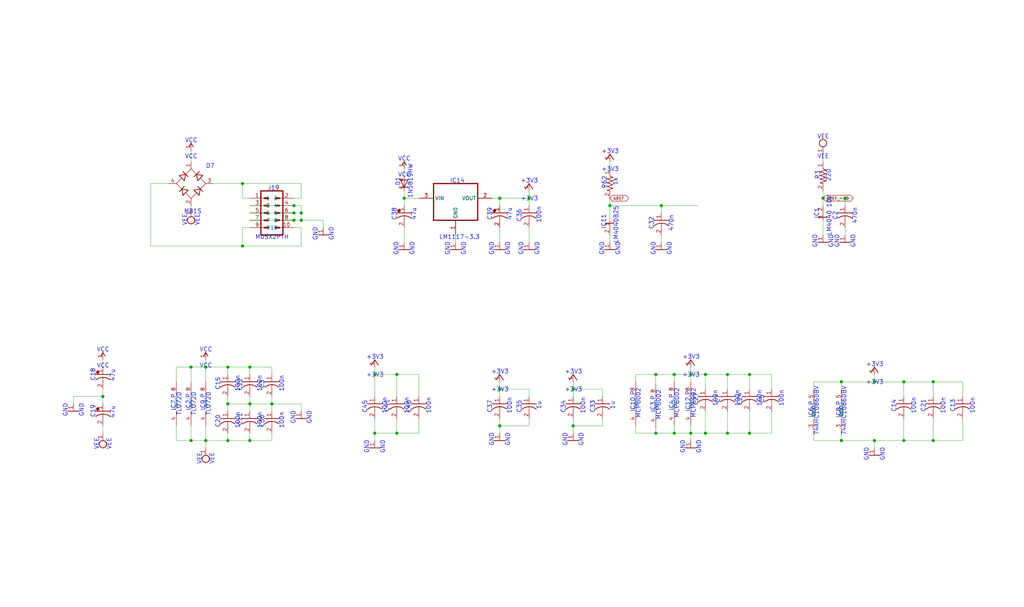
<source format=kicad_sch>
(kicad_sch (version 20231120) (generator "eeschema") (generator_version "8.0")
  (paper "User" 353.949 210.007)
  (lib_symbols
    (symbol "threshold-eagle-import:+3V3" (power)
      (symbol "+3V3_1_0"
        (pin power_in line (at 0 -1.588 90) (length 2.54) (name "+3V3") (number "1"))
      )
    )
    (symbol "threshold-eagle-import:74AHC1G86DBV"
      (symbol "74AHC1G86DBV_1_0"
        (pin input line (at -12.7 2.54 0) (length 5.08) (name "I0") (number "1"))
        (pin input line (at -12.7 -2.54 0) (length 5.08) (name "I1") (number "2"))
        (pin output line (at 12.7 0 180) (length 5.08) (name "O") (number "4"))
      )
      (symbol "74AHC1G86DBV_2_0"
        (pin power_in line (at 0 -7.62 90) (length 5.08) (name "GND") (number "3"))
        (pin power_in line (at 0 7.62 270) (length 5.08) (name "VCC") (number "5"))
      )
    )
    (symbol "threshold-eagle-import:C-USC0603"
      (symbol "C-USC0603_1_0"
        (pin passive line (at 0 3.81 270) (length 2.54) (name "1") (number "1"))
        (pin passive line (at 0 -3.81 90) (length 2.54) (name "2") (number "2"))
      )
    )
    (symbol "threshold-eagle-import:DIODE-SOD123"
      (symbol "DIODE-SOD123_1_0"
        (pin passive line (at 0 2.54 270) (length 2.54) (name "A") (number "A"))
        (pin passive line (at 0 -2.54 90) (length 2.54) (name "C") (number "C"))
      )
    )
    (symbol "threshold-eagle-import:EEE-FT1V470AR"
      (symbol "EEE-FT1V470AR_1_0"
        (pin passive line (at 0 3.222 270) (length 2.54) (name "+") (number "1"))
        (pin passive line (at 0 -4.398 90) (length 2.54) (name "-") (number "2"))
      )
    )
    (symbol "threshold-eagle-import:GND" (power)
      (symbol "GND_1_0"
        (pin power_in line (at 0 2.54 270) (length 2.54) (name "GND") (number "1"))
      )
    )
    (symbol "threshold-eagle-import:LM4041B12DBZ"
      (symbol "LM4041B12DBZ_1_0"
        (pin passive line (at 0 1.588 270) (length 2.54) (name "C") (number "1"))
        (pin passive line (at 0 -3.492 90) (length 2.54) (name "A") (number "2"))
      )
    )
    (symbol "threshold-eagle-import:LM4041C12DBZ"
      (symbol "LM4041C12DBZ_1_0"
        (pin passive line (at 0 -1.588 90) (length 2.54) (name "C") (number "1"))
        (pin passive line (at 0 3.492 270) (length 2.54) (name "A") (number "2"))
      )
    )
    (symbol "threshold-eagle-import:M05X2PTH"
      (symbol "M05X2PTH_1_0"
        (pin passive line (at -7.62 5.08 0) (length 5.08) (name "1") (number "1"))
        (pin passive line (at 7.62 -5.08 180) (length 5.08) (name "10") (number "10"))
        (pin passive line (at 7.62 5.08 180) (length 5.08) (name "2") (number "2"))
        (pin passive line (at -7.62 2.54 0) (length 5.08) (name "3") (number "3"))
        (pin passive line (at 7.62 2.54 180) (length 5.08) (name "4") (number "4"))
        (pin passive line (at -7.62 0 0) (length 5.08) (name "5") (number "5"))
        (pin passive line (at 7.62 0 180) (length 5.08) (name "6") (number "6"))
        (pin passive line (at -7.62 -2.54 0) (length 5.08) (name "7") (number "7"))
        (pin passive line (at 7.62 -2.54 180) (length 5.08) (name "8") (number "8"))
        (pin passive line (at -7.62 -5.08 0) (length 5.08) (name "9") (number "9"))
      )
    )
    (symbol "threshold-eagle-import:MB1S"
      (symbol "MB1S_1_0"
        (pin passive line (at 7.62 0 180) (length 2.54) (name "+") (number "1"))
        (pin passive line (at -7.62 0 0) (length 2.54) (name "-") (number "2"))
        (pin passive line (at 0 -7.62 90) (length 2.54) (name "AC2") (number "3"))
        (pin passive line (at 0 7.62 270) (length 2.54) (name "AC1") (number "4"))
      )
    )
    (symbol "threshold-eagle-import:R-US_R0603_31"
      (symbol "R-US_R0603_31_1_0"
        (pin passive line (at 0 5.08 270) (length 2.54) (name "1") (number "1"))
        (pin passive line (at 0 -5.08 90) (length 2.54) (name "2") (number "2"))
      )
    )
    (symbol "threshold-eagle-import:REG1117"
      (symbol "REG1117_1_0"
        (pin power_in line (at 0 -11.43 90) (length 5.08) (name "GND") (number "1"))
        (pin output line (at 12.7 1.27 180) (length 5.08) (name "VOUT") (number "2"))
        (pin input line (at -12.7 1.27 0) (length 5.08) (name "VIN") (number "3"))
      )
    )
    (symbol "threshold-eagle-import:TL072D"
      (symbol "TL072D_1_0"
        (pin output line (at 7.62 0 180) (length 2.54) (name "OUT") (number "1"))
        (pin input line (at -7.62 2.54 0) (length 2.54) (name "-IN") (number "2"))
        (pin input line (at -7.62 -2.54 0) (length 2.54) (name "+IN") (number "3"))
      )
      (symbol "TL072D_2_0"
        (pin input line (at -7.62 -2.54 0) (length 2.54) (name "+IN") (number "5"))
        (pin input line (at -7.62 2.54 0) (length 2.54) (name "-IN") (number "6"))
        (pin output line (at 7.62 0 180) (length 2.54) (name "OUT") (number "7"))
      )
      (symbol "TL072D_3_0"
        (pin power_in line (at 0 -7.62 90) (length 5.08) (name "V-") (number "4"))
        (pin power_in line (at 0 7.62 270) (length 5.08) (name "V+") (number "8"))
      )
    )
    (symbol "threshold-eagle-import:VCC" (power)
      (symbol "VCC_1_0"
        (pin power_in line (at 0 -1.905 90) (length 2.54) (name "VCC") (number "1"))
      )
    )
    (symbol "threshold-eagle-import:VEE" (power)
      (symbol "VEE_1_0"
        (pin power_in line (at 0 3.81 270) (length 2.54) (name "VEE") (number "1"))
      )
    )
    (symbol "threshold-eagle-import:VEE_39" (power)
      (symbol "VEE_39_1_0"
        (pin power_in line (at 0 -3.81 90) (length 2.54) (name "VEE") (number "1"))
      )
    )
  )
  (junction (at 210.82 71.12))
  (junction (at 137.16 129.54))
  (junction (at 71.12 127))
  (junction (at 292.1 68.58))
  (junction (at 104.14 76.2))
  (junction (at 259.08 149.86))
  (junction (at 243.84 149.86))
  (junction (at 86.36 127))
  (junction (at 101.6 76.2))
  (junction (at 233.045 129.54))
  (junction (at 226.695 149.86))
  (junction (at 226.695 129.54))
  (junction (at 322.58 132.08))
  (junction (at 302.26 132.08))
  (junction (at 284.48 68.58))
  (junction (at 302.26 152.4))
  (junction (at 83.82 85.09))
  (junction (at 238.76 129.54))
  (junction (at 78.74 127))
  (junction (at 243.84 129.54))
  (junction (at 86.36 139.7))
  (junction (at 251.46 149.86))
  (junction (at 182.88 68.58))
  (junction (at 101.6 71.12))
  (junction (at 71.12 152.4))
  (junction (at 198.12 134.62))
  (junction (at 101.6 73.66))
  (junction (at 251.46 129.54))
  (junction (at 66.04 127))
  (junction (at 137.16 149.86))
  (junction (at 312.42 132.08))
  (junction (at 172.72 68.58))
  (junction (at 312.42 152.4))
  (junction (at 83.82 63.5))
  (junction (at 66.04 152.4))
  (junction (at 172.72 147.32))
  (junction (at 86.36 152.4))
  (junction (at 198.12 147.32))
  (junction (at 35.56 137.16))
  (junction (at 172.72 134.62))
  (junction (at 233.045 149.86))
  (junction (at 322.58 152.4))
  (junction (at 129.54 129.54))
  (junction (at 104.14 73.66))
  (junction (at 93.98 139.7))
  (junction (at 129.54 149.86))
  (junction (at 238.76 149.86))
  (junction (at 78.74 152.4))
  (junction (at 139.7 68.58))
  (junction (at 259.08 129.54))
  (junction (at 228.6 71.12))
  (junction (at 78.74 139.7))
  (junction (at 290.83 152.4))
  (junction (at 290.83 132.08))
  (wire (pts (xy 172.72 78.74) (xy 172.72 83.82)) (stroke (width 0.1)))
  (wire (pts (xy 210.82 68.58) (xy 210.82 71.12)) (stroke (width 0.1)))
  (wire (pts (xy 83.82 85.09) (xy 52.07 85.09)) (stroke (width 0.1)))
  (wire (pts (xy 322.58 132.08) (xy 322.58 137.16)) (stroke (width 0.1)))
  (wire (pts (xy 302.26 132.08) (xy 290.83 132.08)) (stroke (width 0.1)))
  (wire (pts (xy 228.6 73.66) (xy 228.6 71.12)) (stroke (width 0.1)))
  (wire (pts (xy 93.98 139.7) (xy 93.98 142.24)) (stroke (width 0.1)))
  (wire (pts (xy 233.045 132.08) (xy 233.045 129.54)) (stroke (width 0.1)))
  (wire (pts (xy 290.83 132.08) (xy 290.83 134.62)) (stroke (width 0.1)))
  (wire (pts (xy 144.78 129.54) (xy 137.16 129.54)) (stroke (width 0.1)))
  (wire (pts (xy 219.71 129.54) (xy 226.695 129.54)) (stroke (width 0.1)))
  (wire (pts (xy 172.72 134.62) (xy 172.72 137.16)) (stroke (width 0.1)))
  (wire (pts (xy 243.84 129.54) (xy 251.46 129.54)) (stroke (width 0.1)))
  (wire (pts (xy 312.42 132.08) (xy 302.26 132.08)) (stroke (width 0.1)))
  (wire (pts (xy 281.305 152.4) (xy 290.83 152.4)) (stroke (width 0.1)))
  (wire (pts (xy 52.07 85.09) (xy 52.07 63.5)) (stroke (width 0.1)))
  (wire (pts (xy 219.71 147.32) (xy 219.71 149.86)) (stroke (width 0.1)))
  (wire (pts (xy 302.26 152.4) (xy 302.26 154.94)) (stroke (width 0.1)))
  (wire (pts (xy 284.48 68.58) (xy 292.1 68.58)) (stroke (width 0.1)))
  (wire (pts (xy 172.72 134.62) (xy 182.88 134.62)) (stroke (width 0.1)))
  (wire (pts (xy 312.42 152.4) (xy 302.26 152.4)) (stroke (width 0.1)))
  (wire (pts (xy 182.88 66.04) (xy 182.88 68.58)) (stroke (width 0.1)))
  (wire (pts (xy 129.54 137.16) (xy 129.54 129.54)) (stroke (width 0.1)))
  (wire (pts (xy 86.36 127) (xy 93.98 127)) (stroke (width 0.1)))
  (wire (pts (xy 219.71 132.08) (xy 219.71 129.54)) (stroke (width 0.1)))
  (wire (pts (xy 93.98 152.4) (xy 93.98 149.86)) (stroke (width 0.1)))
  (wire (pts (xy 86.36 129.54) (xy 86.36 127)) (stroke (width 0.1)))
  (wire (pts (xy 35.56 147.32) (xy 35.56 149.86)) (stroke (width 0.1)))
  (wire (pts (xy 210.82 81.28) (xy 210.82 83.82)) (stroke (width 0.1)))
  (wire (pts (xy 144.78 149.86) (xy 137.16 149.86)) (stroke (width 0.1)))
  (wire (pts (xy 312.42 137.16) (xy 312.42 132.08)) (stroke (width 0.1)))
  (wire (pts (xy 281.305 132.08) (xy 290.83 132.08)) (stroke (width 0.1)))
  (wire (pts (xy 292.1 68.58) (xy 292.1 71.12)) (stroke (width 0.1)))
  (wire (pts (xy 86.36 127) (xy 78.74 127)) (stroke (width 0.1)))
  (wire (pts (xy 157.48 81.28) (xy 157.48 83.82)) (stroke (width 0.1)))
  (wire (pts (xy 83.82 63.5) (xy 83.82 68.58)) (stroke (width 0.1)))
  (wire (pts (xy 129.54 129.54) (xy 137.16 129.54)) (stroke (width 0.1)))
  (wire (pts (xy 238.76 129.54) (xy 243.84 129.54)) (stroke (width 0.1)))
  (wire (pts (xy 302.26 132.08) (xy 302.26 129.54)) (stroke (width 0.1)))
  (wire (pts (xy 332.74 152.4) (xy 332.74 144.78)) (stroke (width 0.1)))
  (wire (pts (xy 101.6 71.12) (xy 104.14 71.12)) (stroke (width 0.1)))
  (wire (pts (xy 86.36 142.24) (xy 86.36 139.7)) (stroke (width 0.1)))
  (wire (pts (xy 228.6 71.12) (xy 241.3 71.12)) (stroke (width 0.1)))
  (wire (pts (xy 86.36 78.74) (xy 83.82 78.74)) (stroke (width 0.1)))
  (wire (pts (xy 71.12 127) (xy 66.04 127)) (stroke (width 0.1)))
  (wire (pts (xy 182.88 147.32) (xy 182.88 144.78)) (stroke (width 0.1)))
  (wire (pts (xy 144.78 144.78) (xy 144.78 149.86)) (stroke (width 0.1)))
  (wire (pts (xy 35.56 134.62) (xy 35.56 137.16)) (stroke (width 0.1)))
  (wire (pts (xy 66.04 71.12) (xy 66.04 72.39)) (stroke (width 0.1)))
  (wire (pts (xy 182.88 68.58) (xy 182.88 71.12)) (stroke (width 0.1)))
  (wire (pts (xy 71.12 154.94) (xy 71.12 152.4)) (stroke (width 0.1)))
  (wire (pts (xy 86.36 152.4) (xy 93.98 152.4)) (stroke (width 0.1)))
  (wire (pts (xy 284.48 68.58) (xy 284.48 66.04)) (stroke (width 0.1)))
  (wire (pts (xy 104.14 71.12) (xy 104.14 73.66)) (stroke (width 0.1)))
  (wire (pts (xy 129.54 149.86) (xy 129.54 152.4)) (stroke (width 0.1)))
  (wire (pts (xy 86.36 71.12) (xy 101.6 71.12)) (stroke (width 0.1)))
  (wire (pts (xy 290.83 152.4) (xy 290.83 149.86)) (stroke (width 0.1)))
  (wire (pts (xy 226.695 129.54) (xy 233.045 129.54)) (stroke (width 0.1)))
  (wire (pts (xy 139.7 71.12) (xy 139.7 68.58)) (stroke (width 0.1)))
  (wire (pts (xy 93.98 137.16) (xy 93.98 139.7)) (stroke (width 0.1)))
  (wire (pts (xy 71.12 152.4) (xy 78.74 152.4)) (stroke (width 0.1)))
  (wire (pts (xy 312.42 152.4) (xy 322.58 152.4)) (stroke (width 0.1)))
  (wire (pts (xy 71.12 127) (xy 78.74 127)) (stroke (width 0.1)))
  (wire (pts (xy 259.08 149.86) (xy 266.7 149.86)) (stroke (width 0.1)))
  (wire (pts (xy 86.36 139.7) (xy 78.74 139.7)) (stroke (width 0.1)))
  (wire (pts (xy 139.7 78.74) (xy 139.7 83.82)) (stroke (width 0.1)))
  (wire (pts (xy 78.74 152.4) (xy 86.36 152.4)) (stroke (width 0.1)))
  (wire (pts (xy 104.14 76.2) (xy 101.6 76.2)) (stroke (width 0.1)))
  (wire (pts (xy 238.76 147.32) (xy 238.76 149.86)) (stroke (width 0.1)))
  (wire (pts (xy 111.76 76.2) (xy 111.76 78.74)) (stroke (width 0.1)))
  (wire (pts (xy 83.82 85.09) (xy 104.14 85.09)) (stroke (width 0.1)))
  (wire (pts (xy 172.72 147.32) (xy 172.72 149.86)) (stroke (width 0.1)))
  (wire (pts (xy 83.82 78.74) (xy 83.82 85.09)) (stroke (width 0.1)))
  (wire (pts (xy 251.46 149.86) (xy 259.08 149.86)) (stroke (width 0.1)))
  (wire (pts (xy 60.96 152.4) (xy 66.04 152.4)) (stroke (width 0.1)))
  (wire (pts (xy 259.08 142.24) (xy 259.08 149.86)) (stroke (width 0.1)))
  (wire (pts (xy 210.82 55.88) (xy 210.82 58.42)) (stroke (width 0.1)))
  (wire (pts (xy 101.6 76.2) (xy 86.36 76.2)) (stroke (width 0.1)))
  (wire (pts (xy 172.72 71.12) (xy 172.72 68.58)) (stroke (width 0.1)))
  (wire (pts (xy 238.76 129.54) (xy 238.76 132.08)) (stroke (width 0.1)))
  (wire (pts (xy 284.48 55.88) (xy 284.48 53.34)) (stroke (width 0.1)))
  (wire (pts (xy 228.6 81.28) (xy 228.6 83.82)) (stroke (width 0.1)))
  (wire (pts (xy 332.74 132.08) (xy 332.74 137.16)) (stroke (width 0.1)))
  (wire (pts (xy 170.18 68.58) (xy 172.72 68.58)) (stroke (width 0.1)))
  (wire (pts (xy 144.78 137.16) (xy 144.78 129.54)) (stroke (width 0.1)))
  (wire (pts (xy 259.08 129.54) (xy 266.7 129.54)) (stroke (width 0.1)))
  (wire (pts (xy 86.36 73.66) (xy 101.6 73.66)) (stroke (width 0.1)))
  (wire (pts (xy 292.1 78.74) (xy 292.1 81.28)) (stroke (width 0.1)))
  (wire (pts (xy 101.6 73.66) (xy 104.14 73.66)) (stroke (width 0.1)))
  (wire (pts (xy 172.72 68.58) (xy 182.88 68.58)) (stroke (width 0.1)))
  (wire (pts (xy 139.7 60.96) (xy 139.7 58.42)) (stroke (width 0.1)))
  (wire (pts (xy 219.71 149.86) (xy 226.695 149.86)) (stroke (width 0.1)))
  (wire (pts (xy 233.045 147.32) (xy 233.045 149.86)) (stroke (width 0.1)))
  (wire (pts (xy 86.36 152.4) (xy 86.36 149.86)) (stroke (width 0.1)))
  (wire (pts (xy 238.76 127) (xy 238.76 129.54)) (stroke (width 0.1)))
  (wire (pts (xy 233.045 129.54) (xy 238.76 129.54)) (stroke (width 0.1)))
  (wire (pts (xy 129.54 127) (xy 129.54 129.54)) (stroke (width 0.1)))
  (wire (pts (xy 71.12 132.08) (xy 71.12 127)) (stroke (width 0.1)))
  (wire (pts (xy 182.88 78.74) (xy 182.88 83.82)) (stroke (width 0.1)))
  (wire (pts (xy 312.42 132.08) (xy 322.58 132.08)) (stroke (width 0.1)))
  (wire (pts (xy 182.88 134.62) (xy 182.88 137.16)) (stroke (width 0.1)))
  (wire (pts (xy 198.12 144.78) (xy 198.12 147.32)) (stroke (width 0.1)))
  (wire (pts (xy 137.16 129.54) (xy 137.16 137.16)) (stroke (width 0.1)))
  (wire (pts (xy 312.42 144.78) (xy 312.42 152.4)) (stroke (width 0.1)))
  (wire (pts (xy 139.7 66.04) (xy 139.7 68.58)) (stroke (width 0.1)))
  (wire (pts (xy 60.96 147.32) (xy 60.96 152.4)) (stroke (width 0.1)))
  (wire (pts (xy 104.14 73.66) (xy 104.14 76.2)) (stroke (width 0.1)))
  (wire (pts (xy 86.36 139.7) (xy 93.98 139.7)) (stroke (width 0.1)))
  (wire (pts (xy 198.12 147.32) (xy 198.12 149.86)) (stroke (width 0.1)))
  (wire (pts (xy 233.045 149.86) (xy 238.76 149.86)) (stroke (width 0.1)))
  (wire (pts (xy 198.12 134.62) (xy 198.12 132.08)) (stroke (width 0.1)))
  (wire (pts (xy 78.74 139.7) (xy 78.74 142.24)) (stroke (width 0.1)))
  (wire (pts (xy 226.695 147.955) (xy 226.695 149.86)) (stroke (width 0.1)))
  (wire (pts (xy 172.72 144.78) (xy 172.72 147.32)) (stroke (width 0.1)))
  (wire (pts (xy 208.28 147.32) (xy 208.28 144.78)) (stroke (width 0.1)))
  (wire (pts (xy 226.695 149.86) (xy 233.045 149.86)) (stroke (width 0.1)))
  (wire (pts (xy 226.695 132.715) (xy 226.695 129.54)) (stroke (width 0.1)))
  (wire (pts (xy 104.14 63.5) (xy 83.82 63.5)) (stroke (width 0.1)))
  (wire (pts (xy 78.74 139.7) (xy 78.74 137.16)) (stroke (width 0.1)))
  (wire (pts (xy 86.36 137.16) (xy 86.36 139.7)) (stroke (width 0.1)))
  (wire (pts (xy 52.07 63.5) (xy 58.42 63.5)) (stroke (width 0.1)))
  (wire (pts (xy 104.14 76.2) (xy 111.76 76.2)) (stroke (width 0.1)))
  (wire (pts (xy 238.76 149.86) (xy 238.76 152.4)) (stroke (width 0.1)))
  (wire (pts (xy 139.7 68.58) (xy 144.78 68.58)) (stroke (width 0.1)))
  (wire (pts (xy 322.58 132.08) (xy 332.74 132.08)) (stroke (width 0.1)))
  (wire (pts (xy 25.4 137.16) (xy 25.4 139.7)) (stroke (width 0.1)))
  (wire (pts (xy 66.04 147.32) (xy 66.04 152.4)) (stroke (width 0.1)))
  (wire (pts (xy 251.46 149.86) (xy 251.46 142.24)) (stroke (width 0.1)))
  (wire (pts (xy 238.76 149.86) (xy 243.84 149.86)) (stroke (width 0.1)))
  (wire (pts (xy 35.56 137.16) (xy 35.56 139.7)) (stroke (width 0.1)))
  (wire (pts (xy 281.305 149.86) (xy 281.305 152.4)) (stroke (width 0.1)))
  (wire (pts (xy 104.14 68.58) (xy 104.14 63.5)) (stroke (width 0.1)))
  (wire (pts (xy 322.58 152.4) (xy 322.58 144.78)) (stroke (width 0.1)))
  (wire (pts (xy 292.1 68.58) (xy 294.64 68.58)) (stroke (width 0.1)))
  (wire (pts (xy 35.56 127) (xy 35.56 124.46)) (stroke (width 0.1)))
  (wire (pts (xy 266.7 149.86) (xy 266.7 142.24)) (stroke (width 0.1)))
  (wire (pts (xy 60.96 132.08) (xy 60.96 127)) (stroke (width 0.1)))
  (wire (pts (xy 251.46 129.54) (xy 259.08 129.54)) (stroke (width 0.1)))
  (wire (pts (xy 281.305 134.62) (xy 281.305 132.08)) (stroke (width 0.1)))
  (wire (pts (xy 198.12 137.16) (xy 198.12 134.62)) (stroke (width 0.1)))
  (wire (pts (xy 284.48 76.2) (xy 284.48 81.28)) (stroke (width 0.1)))
  (wire (pts (xy 322.58 152.4) (xy 332.74 152.4)) (stroke (width 0.1)))
  (wire (pts (xy 93.98 127) (xy 93.98 129.54)) (stroke (width 0.1)))
  (wire (pts (xy 259.08 129.54) (xy 259.08 134.62)) (stroke (width 0.1)))
  (wire (pts (xy 129.54 144.78) (xy 129.54 149.86)) (stroke (width 0.1)))
  (wire (pts (xy 83.82 68.58) (xy 86.36 68.58)) (stroke (width 0.1)))
  (wire (pts (xy 172.72 147.32) (xy 182.88 147.32)) (stroke (width 0.1)))
  (wire (pts (xy 66.04 152.4) (xy 71.12 152.4)) (stroke (width 0.1)))
  (wire (pts (xy 198.12 134.62) (xy 208.28 134.62)) (stroke (width 0.1)))
  (wire (pts (xy 210.82 71.12) (xy 210.82 76.2)) (stroke (width 0.1)))
  (wire (pts (xy 93.98 139.7) (xy 104.14 139.7)) (stroke (width 0.1)))
  (wire (pts (xy 78.74 127) (xy 78.74 129.54)) (stroke (width 0.1)))
  (wire (pts (xy 243.84 149.86) (xy 251.46 149.86)) (stroke (width 0.1)))
  (wire (pts (xy 198.12 147.32) (xy 208.28 147.32)) (stroke (width 0.1)))
  (wire (pts (xy 228.6 71.12) (xy 210.82 71.12)) (stroke (width 0.1)))
  (wire (pts (xy 104.14 85.09) (xy 104.14 78.74)) (stroke (width 0.1)))
  (wire (pts (xy 71.12 152.4) (xy 71.12 147.32)) (stroke (width 0.1)))
  (wire (pts (xy 172.72 132.08) (xy 172.72 134.62)) (stroke (width 0.1)))
  (wire (pts (xy 266.7 129.54) (xy 266.7 134.62)) (stroke (width 0.1)))
  (wire (pts (xy 243.84 149.86) (xy 243.84 142.24)) (stroke (width 0.1)))
  (wire (pts (xy 137.16 149.86) (xy 137.16 144.78)) (stroke (width 0.1)))
  (wire (pts (xy 129.54 149.86) (xy 137.16 149.86)) (stroke (width 0.1)))
  (wire (pts (xy 251.46 129.54) (xy 251.46 134.62)) (stroke (width 0.1)))
  (wire (pts (xy 35.56 137.16) (xy 25.4 137.16)) (stroke (width 0.1)))
  (wire (pts (xy 66.04 127) (xy 66.04 132.08)) (stroke (width 0.1)))
  (wire (pts (xy 104.14 78.74) (xy 101.6 78.74)) (stroke (width 0.1)))
  (wire (pts (xy 243.84 129.54) (xy 243.84 134.62)) (stroke (width 0.1)))
  (wire (pts (xy 60.96 127) (xy 66.04 127)) (stroke (width 0.1)))
  (wire (pts (xy 71.12 124.46) (xy 71.12 127)) (stroke (width 0.1)))
  (wire (pts (xy 284.48 71.12) (xy 284.48 68.58)) (stroke (width 0.1)))
  (wire (pts (xy 302.26 152.4) (xy 290.83 152.4)) (stroke (width 0.1)))
  (wire (pts (xy 66.04 52.07) (xy 66.04 55.88)) (stroke (width 0.1)))
  (wire (pts (xy 104.14 139.7) (xy 104.14 142.24)) (stroke (width 0.1)))
  (wire (pts (xy 78.74 152.4) (xy 78.74 149.86)) (stroke (width 0.1)))
  (wire (pts (xy 83.82 63.5) (xy 73.66 63.5)) (stroke (width 0.1)))
  (wire (pts (xy 101.6 68.58) (xy 104.14 68.58)) (stroke (width 0.1)))
  (wire (pts (xy 208.28 134.62) (xy 208.28 137.16)) (stroke (width 0.1)))
  (text "100n" (at 81.28 135.66 90) (effects (font (size 1.48 1.48)) (justify left top)))
  (text "VEE" (at 34.29 155.67 90) (effects (font (size 1.48 1.48)) (justify left bottom)))
  (text "VCC" (at 137.553 59.69 0) (effects (font (size 1.48 1.48)) (justify left top)))
  (text "IC8.P" (at 290.77 144.821 90) (effects (font (size 1.48 1.48)) (justify left bottom)))
  (text "100n" (at 246.38 140.74 90) (effects (font (size 1.48 1.48)) (justify left top)))
  (text "IC3.P" (at 226.635 142.917 90) (effects (font (size 1.48 1.48)) (justify left bottom)))
  (text "VEE" (at 36.83 155.67 90) (effects (font (size 1.48 1.48)) (justify left top)))
  (text "100n" (at 147.32 143.28 90) (effects (font (size 1.48 1.48)) (justify left top)))
  (text "C19" (at 33.02 144.596 90) (effects (font (size 1.48 1.48)) (justify left bottom)))
  (text "GND" (at 170.815 154.438 90) (effects (font (size 1.48 1.48)) (justify left bottom)))
  (text "GND" (at 304.165 159.518 90) (effects (font (size 1.48 1.48)) (justify left top)))
  (text "C35" (at 180.34 143.008 90) (effects (font (size 1.48 1.48)) (justify left bottom)))
  (text "C20" (at 76.2 148.088 90) (effects (font (size 1.48 1.48)) (justify left bottom)))
  (text "IC12.P" (at 238.7 142.7 90) (effects (font (size 1.48 1.48)) (justify left bottom)))
  (text "IC11" (at 209.55 79.406 90) (effects (font (size 1.48 1.48)) (justify left bottom)))
  (text "C22" (at 83.82 135.388 90) (effects (font (size 1.48 1.48)) (justify left bottom)))
  (text "+3V3" (at 195.154 133.985 0) (effects (font (size 1.48 1.48)) (justify left top)))
  (text "GND" (at 226.695 88.398 90) (effects (font (size 1.48 1.48)) (justify left bottom)))
  (text "VCC" (at 137.553 55.88 0) (effects (font (size 1.48 1.48)) (justify left bottom)))
  (text "GND" (at 159.385 88.398 90) (effects (font (size 1.48 1.48)) (justify left top)))
  (text "C21" (at 320.04 142.68 90) (effects (font (size 1.48 1.48)) (justify left bottom)))
  (text "C34" (at 195.58 143.044 90) (effects (font (size 1.48 1.48)) (justify left bottom)))
  (text "220" (at 285.496 62.962 90) (effects (font (size 1.48 1.48)) (justify left top)))
  (text "+3V3" (at 126.574 124.46 0) (effects (font (size 1.48 1.48)) (justify left bottom)))
  (text "1u" (at 185.42 141.789 90) (effects (font (size 1.48 1.48)) (justify left top)))
  (text "VEE" (at 69.85 160.75 90) (effects (font (size 1.48 1.48)) (justify left bottom)))
  (text "100n" (at 132.08 143.28 90) (effects (font (size 1.48 1.48)) (justify left top)))
  (text "GND" (at 102.235 146.818 90) (effects (font (size 1.48 1.48)) (justify left bottom)))
  (text "IC1" (at 283.21 75.813 90) (effects (font (size 1.48 1.48)) (justify left bottom)))
  (text "47u" (at 38.1 132.151 90) (effects (font (size 1.48 1.48)) (justify left top)))
  (text "GND" (at 200.025 154.438 90) (effects (font (size 1.48 1.48)) (justify left top)))
  (text "C32" (at 226.06 79.508 90) (effects (font (size 1.48 1.48)) (justify left bottom)))
  (text "C11" (at 83.82 147.433 90) (effects (font (size 1.48 1.48)) (justify left bottom)))
  (text "+3V3" (at 169.754 129.54 0) (effects (font (size 1.48 1.48)) (justify left bottom)))
  (text "+3V3" (at 235.794 128.905 0) (effects (font (size 1.48 1.48)) (justify left top)))
  (text "C41" (at 134.62 142.717 90) (effects (font (size 1.48 1.48)) (justify left bottom)))
  (text "C24" (at 256.54 140.504 90) (effects (font (size 1.48 1.48)) (justify left bottom)))
  (text "+3V3" (at 299.294 127 0) (effects (font (size 1.48 1.48)) (justify left bottom)))
  (text "100n" (at 96.52 148.36 90) (effects (font (size 1.48 1.48)) (justify left top)))
  (text "C30" (at 91.44 148.088 90) (effects (font (size 1.48 1.48)) (justify left bottom)))
  (text "C15" (at 76.2 135.06 90) (effects (font (size 1.48 1.48)) (justify left bottom)))
  (text "LM1117-3.3" (at 151.768 81.28 0) (effects (font (size 1.48 1.48)) (justify left top)))
  (text "VEE" (at 282.48 53.34 0) (effects (font (size 1.48 1.48)) (justify left top)))
  (text "47u" (at 175.26 76.271 90) (effects (font (size 1.48 1.48)) (justify left top)))
  (text "GND" (at 113.665 83.318 90) (effects (font (size 1.48 1.48)) (justify left top)))
  (text "470n" (at 294.64 77.604 90) (effects (font (size 1.48 1.48)) (justify left top)))
  (text "GND" (at 106.045 146.818 90) (effects (font (size 1.48 1.48)) (justify left top)))
  (text "VEE" (at 72.39 160.75 90) (effects (font (size 1.48 1.48)) (justify left top)))
  (text "1N5819HW" (at 140.97 68.757 90) (effects (font (size 1.48 1.48)) (justify left top)))
  (text "IC2.P" (at 65.98 142.282 90) (effects (font (size 1.48 1.48)) (justify left bottom)))
  (text "LM4040 10V" (at 285.75 81.646 90) (effects (font (size 1.48 1.48)) (justify left top)))
  (text "100n" (at 254 140.74 90) (effects (font (size 1.48 1.48)) (justify left top)))
  (text "VEE" (at 282.48 48.26 0) (effects (font (size 1.48 1.48)) (justify left bottom)))
  (text "J19" (at 92.488 66.04 0) (effects (font (size 1.48 1.48)) (justify left bottom)))
  (text "100n" (at 96.52 135.66 90) (effects (font (size 1.48 1.48)) (justify left top)))
  (text "LM4040B25" (at 212.09 84.335 90) (effects (font (size 1.48 1.48)) (justify left top)))
  (text "MCP6002" (at 233.105 144.756 90) (effects (font (size 1.48 1.48)) (justify left top)))
  (text "IC7.P" (at 60.9 142.282 90) (effects (font (size 1.48 1.48)) (justify left bottom)))
  (text "GND" (at 196.215 154.438 90) (effects (font (size 1.48 1.48)) (justify left bottom)))
  (text "1u" (at 210.82 141.789 90) (effects (font (size 1.48 1.48)) (justify left top)))
  (text "M05X2PTH" (at 88.177 81.28 0) (effects (font (size 1.48 1.48)) (justify left top)))
  (text "100n" (at 88.9 135.66 90) (effects (font (size 1.48 1.48)) (justify left top)))
  (text "GND" (at 174.625 154.438 90) (effects (font (size 1.48 1.48)) (justify left top)))
  (text "GND" (at 109.855 83.318 90) (effects (font (size 1.48 1.48)) (justify left bottom)))
  (text "GND" (at 131.445 156.978 90) (effects (font (size 1.48 1.48)) (justify left top)))
  (text "GND" (at 300.355 159.518 90) (effects (font (size 1.48 1.48)) (justify left bottom)))
  (text "VEE" (at 64.77 78.2 90) (effects (font (size 1.48 1.48)) (justify left bottom)))
  (text "R62" (at 209.804 65.465 90) (effects (font (size 1.48 1.48)) (justify left bottom)))
  (text "VCC" (at 68.973 121.92 0) (effects (font (size 1.48 1.48)) (justify left bottom)))
  (text "GND" (at 240.665 156.978 90) (effects (font (size 1.48 1.48)) (justify left top)))
  (text "TL072D" (at 61.02 143.866 90) (effects (font (size 1.48 1.48)) (justify left top)))
  (text "GND" (at 208.915 88.398 90) (effects (font (size 1.48 1.48)) (justify left bottom)))
  (text "D1" (at 138.43 64.429 90) (effects (font (size 1.48 1.48)) (justify left bottom)))
  (text "C40" (at 142.24 143.044 90) (effects (font (size 1.48 1.48)) (justify left bottom)))
  (text "C39" (at 170.18 76.344 90) (effects (font (size 1.48 1.48)) (justify left bottom)))
  (text "IC4.P" (at 232.985 142.318 90) (effects (font (size 1.48 1.48)) (justify left bottom)))
  (text "100n" (at 314.96 143.28 90) (effects (font (size 1.48 1.48)) (justify left top)))
  (text "+3V3" (at 195.154 129.54 0) (effects (font (size 1.48 1.48)) (justify left bottom)))
  (text "C7" (at 248.92 139.722 90) (effects (font (size 1.48 1.48)) (justify left bottom)))
  (text "GND" (at 236.855 156.978 90) (effects (font (size 1.48 1.48)) (justify left bottom)))
  (text "100n" (at 269.24 140.74 90) (effects (font (size 1.48 1.48)) (justify left top)))
  (text "C14" (at 309.88 142.717 90) (effects (font (size 1.48 1.48)) (justify left bottom)))
  (text "GND" (at 184.785 88.398 90) (effects (font (size 1.48 1.48)) (justify left top)))
  (text "GND" (at 174.625 88.398 90) (effects (font (size 1.48 1.48)) (justify left top)))
  (text "GND" (at 27.305 144.278 90) (effects (font (size 1.48 1.48)) (justify left top)))
  (text "VCC" (at 68.973 125.73 0) (effects (font (size 1.48 1.48)) (justify left top)))
  (text "C33" (at 205.74 143.008 90) (effects (font (size 1.48 1.48)) (justify left bottom)))
  (text "IC6.P" (at 281.245 144.785 90) (effects (font (size 1.48 1.48)) (justify left bottom)))
  (text "VCC" (at 33.413 125.73 0) (effects (font (size 1.48 1.48)) (justify left top)))
  (text "100n" (at 200.66 143.28 90) (effects (font (size 1.48 1.48)) (justify left top)))
  (text "GND" (at 294.005 85.858 90) (effects (font (size 1.48 1.48)) (justify left top)))
  (text "GND" (at 230.505 88.398 90) (effects (font (size 1.48 1.48)) (justify left top)))
  (text "+3V3" (at 179.914 67.945 0) (effects (font (size 1.48 1.48)) (justify left top)))
  (text "GND" (at 286.385 85.858 90) (effects (font (size 1.48 1.48)) (justify left top)))
  (text "MCP6002" (at 238.82 144.756 90) (effects (font (size 1.48 1.48)) (justify left top)))
  (text "C2" (at 289.56 76.222 90) (effects (font (size 1.48 1.48)) (justify left bottom)))
  (text "C5" (at 264.16 139.722 90) (effects (font (size 1.48 1.48)) (justify left bottom)))
  (text "MCP6002" (at 226.755 145.391 90) (effects (font (size 1.48 1.48)) (justify left top)))
  (text "100n" (at 139.7 143.28 90) (effects (font (size 1.48 1.48)) (justify left top)))
  (text "GND" (at 23.495 144.278 90) (effects (font (size 1.48 1.48)) (justify left bottom)))
  (text "MCP6002" (at 219.77 144.756 90) (effects (font (size 1.48 1.48)) (justify left top)))
  (text "+3V3" (at 299.294 131.445 0) (effects (font (size 1.48 1.48)) (justify left top)))
  (text "C45" (at 127 143.044 90) (effects (font (size 1.48 1.48)) (justify left bottom)))
  (text "C27" (at 241.3 140.468 90) (effects (font (size 1.48 1.48)) (justify left bottom)))
  (text "VCC" (at 63.893 49.53 0) (effects (font (size 1.48 1.48)) (justify left bottom)))
  (text "GND" (at 127.635 156.978 90) (effects (font (size 1.48 1.48)) (justify left bottom)))
  (text "C38" (at 137.16 76.379 90) (effects (font (size 1.48 1.48)) (justify left bottom)))
  (text "GND" (at 290.195 85.858 90) (effects (font (size 1.48 1.48)) (justify left bottom)))
  (text "100n" (at 325.12 143.28 90) (effects (font (size 1.48 1.48)) (justify left top)))
  (text "VEE" (at 67.31 78.2 90) (effects (font (size 1.48 1.48)) (justify left top)))
  (text "100n" (at 88.9 148.36 90) (effects (font (size 1.48 1.48)) (justify left top)))
  (text "TL072D" (at 66.1 143.866 90) (effects (font (size 1.48 1.48)) (justify left top)))
  (text "VCC" (at 63.893 53.34 0) (effects (font (size 1.48 1.48)) (justify left top)))
  (text "GND" (at 282.575 85.858 90) (effects (font (size 1.48 1.48)) (justify left bottom)))
  (text "C37" (at 170.18 143.008 90) (effects (font (size 1.48 1.48)) (justify left bottom)))
  (text "+3V3" (at 126.574 128.905 0) (effects (font (size 1.48 1.48)) (justify left top)))
  (text "VCC" (at 33.413 121.92 0) (effects (font (size 1.48 1.48)) (justify left bottom)))
  (text "+3V3" (at 235.794 124.46 0) (effects (font (size 1.48 1.48)) (justify left bottom)))
  (text "TL072D" (at 71.18 143.866 90) (effects (font (size 1.48 1.48)) (justify left top)))
  (text "GND" (at 212.725 88.398 90) (effects (font (size 1.48 1.48)) (justify left top)))
  (text "C3" (at 91.44 134.642 90) (effects (font (size 1.48 1.48)) (justify left bottom)))
  (text "74AHC1G86DBV" (at 281.365 150.842 90) (effects (font (size 1.48 1.48)) (justify left top)))
  (text "IC14" (at 155.498 63.5 0) (effects (font (size 1.48 1.48)) (justify left bottom)))
  (text "+3V3" (at 207.854 57.785 0) (effects (font (size 1.48 1.48)) (justify left top)))
  (text "GND" (at 141.605 88.398 90) (effects (font (size 1.48 1.48)) (justify left top)))
  (text "470n" (at 231.14 80.144 90) (effects (font (size 1.48 1.48)) (justify left top)))
  (text "100n" (at 81.28 148.36 90) (effects (font (size 1.48 1.48)) (justify left top)))
  (text "100n" (at 261.62 140.74 90) (effects (font (size 1.48 1.48)) (justify left top)))
  (text "GND" (at 155.575 88.398 90) (effects (font (size 1.48 1.48)) (justify left bottom)))
  (text "GND" (at 170.815 88.398 90) (effects (font (size 1.48 1.48)) (justify left bottom)))
  (text "47u" (at 142.24 76.271 90) (effects (font (size 1.48 1.48)) (justify left top)))
  (text "GND" (at 180.975 88.398 90) (effects (font (size 1.48 1.48)) (justify left bottom)))
  (text "+3V3" (at 207.854 53.34 0) (effects (font (size 1.48 1.48)) (justify left bottom)))
  (text "R3" (at 283.464 62.216 90) (effects (font (size 1.48 1.48)) (justify left bottom)))
  (text "IC10.P" (at 219.65 142.7 90) (effects (font (size 1.48 1.48)) (justify left bottom)))
  (text "1k" (at 211.836 64.319 90) (effects (font (size 1.48 1.48)) (justify left top)))
  (text "+3V3" (at 169.754 133.985 0) (effects (font (size 1.48 1.48)) (justify left top)))
  (text "IC9.P" (at 71.06 142.246 90) (effects (font (size 1.48 1.48)) (justify left bottom)))
  (text "+3V3" (at 179.914 63.5 0) (effects (font (size 1.48 1.48)) (justify left bottom)))
  (text "100n" (at 185.42 77.24 90) (effects (font (size 1.48 1.48)) (justify left top)))
  (text "74AHC1G86DBV" (at 290.89 150.842 90) (effects (font (size 1.48 1.48)) (justify left top)))
  (text "100n" (at 175.26 143.28 90) (effects (font (size 1.48 1.48)) (justify left top)))
  (text "C18" (at 33.02 131.932 90) (effects (font (size 1.48 1.48)) (justify left bottom)))
  (text "C13" (at 330.2 142.68 90) (effects (font (size 1.48 1.48)) (justify left bottom)))
  (text "C36" (at 180.34 76.931 90) (effects (font (size 1.48 1.48)) (justify left bottom)))
  (text "100n" (at 335.28 143.28 90) (effects (font (size 1.48 1.48)) (justify left top)))
  (text "MB1S" (at 63.548 72.39 0) (effects (font (size 1.48 1.48)) (justify left top)))
  (text "D7" (at 71.12 58.42 0) (effects (font (size 1.48 1.48)) (justify left bottom)))
  (text "47u" (at 38.1 144.851 90) (effects (font (size 1.48 1.48)) (justify left top)))
  (text "GND" (at 137.795 88.398 90) (effects (font (size 1.48 1.48)) (justify left bottom)))
  (global_label "AREF" (shape bidirectional) (at 210.82 68.58 0) (effects (font (size 1.016 1.016))) (property "Intersheetrefs" "${INTERSHEET_REFS}" (effects (hide yes))))
  (global_label "AREF_-10" (shape bidirectional) (at 284.48 68.58 0) (effects (font (size 1.016 1.016))) (property "Intersheetrefs" "${INTERSHEET_REFS}" (effects (hide yes))))
  (symbol (lib_id "threshold-eagle-import:GND") (at 172.72 152.4 0) (unit 1)
    (property "Reference" "#GND65" (effects (hide yes)))
    (property "Value" "GND" (effects (hide yes)))
  )
  (symbol (lib_id "threshold-eagle-import:VCC") (at 35.56 122.555 0) (unit 1)
    (property "Reference" "#P+3" (effects (hide yes)))
    (property "Value" "VCC" (effects (hide yes)))
  )
  (symbol (lib_id "threshold-eagle-import:DIODE-SOD123") (at 139.7 63.5 0) (unit 1)
    (property "Reference" "D1" (effects (hide yes)))
    (property "Value" "1N5819HW" (effects (hide yes)))
    (property "Footprint" "threshold:SOD123" (effects (hide yes)))
  )
  (symbol (lib_id "threshold-eagle-import:C-USC0603") (at 266.7 138.43 0) (unit 1)
    (property "Reference" "C5" (effects (hide yes)))
    (property "Value" "100n" (effects (hide yes)))
    (property "Footprint" "threshold:CAP_0603" (effects (hide yes)))
  )
  (symbol (lib_id "threshold-eagle-import:EEE-FT1V470AR") (at 35.56 130.222 0) (unit 1)
    (property "Reference" "C18" (effects (hide yes)))
    (property "Value" "47u" (effects (hide yes)))
    (property "Footprint" "threshold:CAPAE-5.3X5.3H7" (effects (hide yes)))
  )
  (symbol (lib_id "threshold-eagle-import:GND") (at 139.7 86.36 0) (unit 1)
    (property "Reference" "#GND22" (effects (hide yes)))
    (property "Value" "GND" (effects (hide yes)))
  )
  (symbol (lib_id "threshold-eagle-import:C-USC0603") (at 86.36 133.35 0) (unit 1)
    (property "Reference" "C22" (effects (hide yes)))
    (property "Value" "100n" (effects (hide yes)))
    (property "Footprint" "threshold:CAP_0603" (effects (hide yes)))
  )
  (symbol (lib_id "threshold-eagle-import:VEE") (at 71.12 158.75 0) (unit 1)
    (property "Reference" "#SUPPLY5" (effects (hide yes)))
    (property "Value" "VEE" (effects (hide yes)))
  )
  (symbol (lib_id "threshold-eagle-import:C-USC0603") (at 198.12 140.97 0) (unit 1)
    (property "Reference" "C34" (effects (hide yes)))
    (property "Value" "100n" (effects (hide yes)))
    (property "Footprint" "threshold:CAP_0603" (effects (hide yes)))
  )
  (symbol (lib_id "threshold-eagle-import:C-USC0603") (at 182.88 140.97 0) (unit 1)
    (property "Reference" "C35" (effects (hide yes)))
    (property "Value" "1u" (effects (hide yes)))
    (property "Footprint" "threshold:CAP_0603" (effects (hide yes)))
  )
  (symbol (lib_id "threshold-eagle-import:GND") (at 198.12 152.4 0) (unit 1)
    (property "Reference" "#GND66" (effects (hide yes)))
    (property "Value" "GND" (effects (hide yes)))
  )
  (symbol (lib_id "threshold-eagle-import:VCC") (at 71.12 122.555 0) (unit 1)
    (property "Reference" "#P+7" (effects (hide yes)))
    (property "Value" "VCC" (effects (hide yes)))
  )
  (symbol (lib_id "threshold-eagle-import:C-USC0603") (at 292.1 74.93 0) (unit 1)
    (property "Reference" "C2" (effects (hide yes)))
    (property "Value" "470n" (effects (hide yes)))
    (property "Footprint" "threshold:CAP_0603" (effects (hide yes)))
  )
  (symbol (lib_id "threshold-eagle-import:+3V3") (at 210.82 54.293 0) (unit 1)
    (property "Reference" "#+3V17" (effects (hide yes)))
    (property "Value" "+3V3" (effects (hide yes)))
  )
  (symbol (lib_id "threshold-eagle-import:+3V3") (at 238.76 125.413 0) (unit 1)
    (property "Reference" "#+3V16" (effects (hide yes)))
    (property "Value" "+3V3" (effects (hide yes)))
  )
  (symbol (lib_id "threshold-eagle-import:EEE-FT1V470AR") (at 35.56 142.922 0) (unit 1)
    (property "Reference" "C19" (effects (hide yes)))
    (property "Value" "47u" (effects (hide yes)))
    (property "Footprint" "threshold:CAPAE-5.3X5.3H7" (effects (hide yes)))
  )
  (symbol (lib_id "threshold-eagle-import:VEE") (at 35.56 153.67 0) (unit 1)
    (property "Reference" "#SUPPLY2" (effects (hide yes)))
    (property "Value" "VEE" (effects (hide yes)))
  )
  (symbol (lib_id "threshold-eagle-import:VCC") (at 139.7 56.515 0) (unit 1)
    (property "Reference" "#P+1" (effects (hide yes)))
    (property "Value" "VCC" (effects (hide yes)))
  )
  (symbol (lib_id "threshold-eagle-import:GND") (at 210.82 86.36 0) (unit 1)
    (property "Reference" "#GND40" (effects (hide yes)))
    (property "Value" "GND" (effects (hide yes)))
  )
  (symbol (lib_id "threshold-eagle-import:GND") (at 157.48 86.36 0) (unit 1)
    (property "Reference" "#GND34" (effects (hide yes)))
    (property "Value" "GND" (effects (hide yes)))
  )
  (symbol (lib_id "threshold-eagle-import:MB1S") (at 66.04 63.5 90) (unit 1)
    (property "Reference" "D7" (effects (hide yes)))
    (property "Value" "MB1S" (effects (hide yes)))
    (property "Footprint" "threshold:SOP-4_6.5X2.54" (effects (hide yes)))
  )
  (symbol (lib_id "threshold-eagle-import:GND") (at 238.76 154.94 0) (unit 1)
    (property "Reference" "#GND39" (effects (hide yes)))
    (property "Value" "GND" (effects (hide yes)))
  )
  (symbol (lib_id "threshold-eagle-import:TL072D") (at 233.045 139.7 0) (unit 3)
    (property "Reference" "IC4" (effects (hide yes)))
    (property "Value" "MCP6002" (effects (hide yes)))
    (property "Footprint" "threshold:SO08_23" (effects (hide yes)))
  )
  (symbol (lib_id "threshold-eagle-import:TL072D") (at 238.76 139.7 0) (unit 3)
    (property "Reference" "IC12" (effects (hide yes)))
    (property "Value" "MCP6002" (effects (hide yes)))
    (property "Footprint" "threshold:SO08_23" (effects (hide yes)))
  )
  (symbol (lib_id "threshold-eagle-import:TL072D") (at 66.04 139.7 0) (unit 3)
    (property "Reference" "IC2" (effects (hide yes)))
    (property "Value" "TL072D" (effects (hide yes)))
    (property "Footprint" "threshold:SO08_23" (effects (hide yes)))
  )
  (symbol (lib_id "threshold-eagle-import:C-USC0603") (at 78.74 146.05 0) (unit 1)
    (property "Reference" "C20" (effects (hide yes)))
    (property "Value" "100n" (effects (hide yes)))
    (property "Footprint" "threshold:CAP_0603" (effects (hide yes)))
  )
  (symbol (lib_id "threshold-eagle-import:C-USC0603") (at 228.6 77.47 0) (unit 1)
    (property "Reference" "C32" (effects (hide yes)))
    (property "Value" "470n" (effects (hide yes)))
    (property "Footprint" "threshold:CAP_0603" (effects (hide yes)))
  )
  (symbol (lib_id "threshold-eagle-import:C-USC0603") (at 243.84 138.43 0) (unit 1)
    (property "Reference" "C27" (effects (hide yes)))
    (property "Value" "100n" (effects (hide yes)))
    (property "Footprint" "threshold:CAP_0603" (effects (hide yes)))
  )
  (symbol (lib_id "threshold-eagle-import:+3V3") (at 198.12 130.492 0) (unit 1)
    (property "Reference" "#+3V10" (effects (hide yes)))
    (property "Value" "+3V3" (effects (hide yes)))
  )
  (symbol (lib_id "threshold-eagle-import:C-USC0603") (at 86.36 146.05 0) (unit 1)
    (property "Reference" "C11" (effects (hide yes)))
    (property "Value" "100n" (effects (hide yes)))
    (property "Footprint" "threshold:CAP_0603" (effects (hide yes)))
  )
  (symbol (lib_id "threshold-eagle-import:C-USC0603") (at 93.98 146.05 0) (unit 1)
    (property "Reference" "C30" (effects (hide yes)))
    (property "Value" "100n" (effects (hide yes)))
    (property "Footprint" "threshold:CAP_0603" (effects (hide yes)))
  )
  (symbol (lib_id "threshold-eagle-import:TL072D") (at 219.71 139.7 0) (unit 3)
    (property "Reference" "IC10" (effects (hide yes)))
    (property "Value" "MCP6002" (effects (hide yes)))
    (property "Footprint" "threshold:SO08_23" (effects (hide yes)))
  )
  (symbol (lib_id "threshold-eagle-import:GND") (at 25.4 142.24 0) (unit 1)
    (property "Reference" "#GND2" (effects (hide yes)))
    (property "Value" "GND" (effects (hide yes)))
  )
  (symbol (lib_id "threshold-eagle-import:C-USC0603") (at 93.98 133.35 0) (unit 1)
    (property "Reference" "C3" (effects (hide yes)))
    (property "Value" "100n" (effects (hide yes)))
    (property "Footprint" "threshold:CAP_0603" (effects (hide yes)))
  )
  (symbol (lib_id "threshold-eagle-import:M05X2PTH") (at 93.98 73.66 0) (unit 1)
    (property "Reference" "J19" (effects (hide yes)))
    (property "Value" "M05X2PTH" (effects (hide yes)))
    (property "Footprint" "threshold:AVR_ICSP" (effects (hide yes)))
  )
  (symbol (lib_id "threshold-eagle-import:GND") (at 182.88 86.36 0) (unit 1)
    (property "Reference" "#GND36" (effects (hide yes)))
    (property "Value" "GND" (effects (hide yes)))
  )
  (symbol (lib_id "threshold-eagle-import:C-USC0603") (at 332.74 140.97 0) (unit 1)
    (property "Reference" "C13" (effects (hide yes)))
    (property "Value" "100n" (effects (hide yes)))
    (property "Footprint" "threshold:CAP_0603" (effects (hide yes)))
  )
  (symbol (lib_id "threshold-eagle-import:R-US_R0603_31") (at 284.48 60.96 0) (unit 1)
    (property "Reference" "R3" (effects (hide yes)))
    (property "Value" "220" (effects (hide yes)))
    (property "Footprint" "threshold:RES_0603" (effects (hide yes)))
  )
  (symbol (lib_id "threshold-eagle-import:74AHC1G86DBV") (at 290.83 142.24 0) (unit 2)
    (property "Reference" "IC8" (effects (hide yes)))
    (property "Value" "74AHC1G86DBV" (effects (hide yes)))
    (property "Footprint" "threshold:SOT23-5" (effects (hide yes)))
  )
  (symbol (lib_id "threshold-eagle-import:R-US_R0603_31") (at 210.82 63.5 0) (unit 1)
    (property "Reference" "R62" (effects (hide yes)))
    (property "Value" "1k" (effects (hide yes)))
    (property "Footprint" "threshold:RES_0603" (effects (hide yes)))
  )
  (symbol (lib_id "threshold-eagle-import:LM4041B12DBZ") (at 210.82 77.788 0) (unit 1)
    (property "Reference" "IC11" (effects (hide yes)))
    (property "Value" "LM4040B25" (effects (hide yes)))
    (property "Footprint" "threshold:SOT23" (effects (hide yes)))
  )
  (symbol (lib_id "threshold-eagle-import:C-USC0603") (at 312.42 140.97 0) (unit 1)
    (property "Reference" "C14" (effects (hide yes)))
    (property "Value" "100n" (effects (hide yes)))
    (property "Footprint" "threshold:CAP_0603" (effects (hide yes)))
  )
  (symbol (lib_id "threshold-eagle-import:GND") (at 284.48 83.82 0) (unit 1)
    (property "Reference" "#GND82" (effects (hide yes)))
    (property "Value" "GND" (effects (hide yes)))
  )
  (symbol (lib_id "threshold-eagle-import:+3V3") (at 182.88 64.452 0) (unit 1)
    (property "Reference" "#+3V6" (effects (hide yes)))
    (property "Value" "+3V3" (effects (hide yes)))
  )
  (symbol (lib_id "threshold-eagle-import:GND") (at 228.6 86.36 0) (unit 1)
    (property "Reference" "#GND41" (effects (hide yes)))
    (property "Value" "GND" (effects (hide yes)))
  )
  (symbol (lib_id "threshold-eagle-import:TL072D") (at 71.12 139.7 0) (unit 3)
    (property "Reference" "IC9" (effects (hide yes)))
    (property "Value" "TL072D" (effects (hide yes)))
    (property "Footprint" "threshold:SO08_23" (effects (hide yes)))
  )
  (symbol (lib_id "threshold-eagle-import:GND") (at 292.1 83.82 0) (unit 1)
    (property "Reference" "#GND85" (effects (hide yes)))
    (property "Value" "GND" (effects (hide yes)))
  )
  (symbol (lib_id "threshold-eagle-import:C-USC0603") (at 172.72 140.97 0) (unit 1)
    (property "Reference" "C37" (effects (hide yes)))
    (property "Value" "100n" (effects (hide yes)))
    (property "Footprint" "threshold:CAP_0603" (effects (hide yes)))
  )
  (symbol (lib_id "threshold-eagle-import:EEE-FT1V470AR") (at 139.7 74.342 0) (unit 1)
    (property "Reference" "C38" (effects (hide yes)))
    (property "Value" "47u" (effects (hide yes)))
    (property "Footprint" "threshold:CAPAE-5.3X5.3H7" (effects (hide yes)))
  )
  (symbol (lib_id "threshold-eagle-import:GND") (at 302.26 157.48 0) (unit 1)
    (property "Reference" "#GND50" (effects (hide yes)))
    (property "Value" "GND" (effects (hide yes)))
  )
  (symbol (lib_id "threshold-eagle-import:74AHC1G86DBV") (at 281.305 142.24 0) (unit 2)
    (property "Reference" "IC6" (effects (hide yes)))
    (property "Value" "74AHC1G86DBV" (effects (hide yes)))
    (property "Footprint" "threshold:SOT23-5" (effects (hide yes)))
  )
  (symbol (lib_id "threshold-eagle-import:LM4041C12DBZ") (at 284.48 74.612 0) (unit 1)
    (property "Reference" "IC1" (effects (hide yes)))
    (property "Value" "LM4040 10V" (effects (hide yes)))
    (property "Footprint" "threshold:SOT23" (effects (hide yes)))
  )
  (symbol (lib_id "threshold-eagle-import:C-USC0603") (at 137.16 140.97 0) (unit 1)
    (property "Reference" "C41" (effects (hide yes)))
    (property "Value" "100n" (effects (hide yes)))
    (property "Footprint" "threshold:CAP_0603" (effects (hide yes)))
  )
  (symbol (lib_id "threshold-eagle-import:C-USC0603") (at 182.88 74.93 0) (unit 1)
    (property "Reference" "C36" (effects (hide yes)))
    (property "Value" "100n" (effects (hide yes)))
    (property "Footprint" "threshold:CAP_0603" (effects (hide yes)))
  )
  (symbol (lib_id "threshold-eagle-import:C-USC0603") (at 78.74 133.35 0) (unit 1)
    (property "Reference" "C15" (effects (hide yes)))
    (property "Value" "100n" (effects (hide yes)))
    (property "Footprint" "threshold:CAP_0603" (effects (hide yes)))
  )
  (symbol (lib_id "threshold-eagle-import:VEE") (at 66.04 76.2 0) (unit 1)
    (property "Reference" "#SUPPLY1" (effects (hide yes)))
    (property "Value" "VEE" (effects (hide yes)))
  )
  (symbol (lib_id "threshold-eagle-import:GND") (at 104.14 144.78 0) (unit 1)
    (property "Reference" "#GND38" (effects (hide yes)))
    (property "Value" "GND" (effects (hide yes)))
  )
  (symbol (lib_id "threshold-eagle-import:VEE_39") (at 284.48 49.53 0) (unit 1)
    (property "Reference" "#SUPPLY10" (effects (hide yes)))
    (property "Value" "VEE" (effects (hide yes)))
  )
  (symbol (lib_id "threshold-eagle-import:GND") (at 129.54 154.94 0) (unit 1)
    (property "Reference" "#GND64" (effects (hide yes)))
    (property "Value" "GND" (effects (hide yes)))
  )
  (symbol (lib_id "threshold-eagle-import:GND") (at 111.76 81.28 0) (unit 1)
    (property "Reference" "#GND1" (effects (hide yes)))
    (property "Value" "GND" (effects (hide yes)))
  )
  (symbol (lib_id "threshold-eagle-import:C-USC0603") (at 208.28 140.97 0) (unit 1)
    (property "Reference" "C33" (effects (hide yes)))
    (property "Value" "1u" (effects (hide yes)))
    (property "Footprint" "threshold:CAP_0603" (effects (hide yes)))
  )
  (symbol (lib_id "threshold-eagle-import:REG1117") (at 157.48 69.85 0) (unit 1)
    (property "Reference" "IC14" (effects (hide yes)))
    (property "Value" "LM1117-3.3" (effects (hide yes)))
    (property "Footprint" "threshold:SOT223" (effects (hide yes)))
  )
  (symbol (lib_id "threshold-eagle-import:C-USC0603") (at 259.08 138.43 0) (unit 1)
    (property "Reference" "C24" (effects (hide yes)))
    (property "Value" "100n" (effects (hide yes)))
    (property "Footprint" "threshold:CAP_0603" (effects (hide yes)))
  )
  (symbol (lib_id "threshold-eagle-import:TL072D") (at 60.96 139.7 0) (unit 3)
    (property "Reference" "IC7" (effects (hide yes)))
    (property "Value" "TL072D" (effects (hide yes)))
    (property "Footprint" "threshold:SO08_23" (effects (hide yes)))
  )
  (symbol (lib_id "threshold-eagle-import:VCC") (at 66.04 50.165 0) (unit 1)
    (property "Reference" "#P+2" (effects (hide yes)))
    (property "Value" "VCC" (effects (hide yes)))
  )
  (symbol (lib_id "threshold-eagle-import:C-USC0603") (at 129.54 140.97 0) (unit 1)
    (property "Reference" "C45" (effects (hide yes)))
    (property "Value" "100n" (effects (hide yes)))
    (property "Footprint" "threshold:CAP_0603" (effects (hide yes)))
  )
  (symbol (lib_id "threshold-eagle-import:C-USC0603") (at 144.78 140.97 0) (unit 1)
    (property "Reference" "C40" (effects (hide yes)))
    (property "Value" "100n" (effects (hide yes)))
    (property "Footprint" "threshold:CAP_0603" (effects (hide yes)))
  )
  (symbol (lib_id "threshold-eagle-import:TL072D") (at 226.695 140.335 0) (unit 3)
    (property "Reference" "IC3" (effects (hide yes)))
    (property "Value" "MCP6002" (effects (hide yes)))
    (property "Footprint" "threshold:SO08_23" (effects (hide yes)))
  )
  (symbol (lib_id "threshold-eagle-import:+3V3") (at 302.26 127.952 0) (unit 1)
    (property "Reference" "#+3V13" (effects (hide yes)))
    (property "Value" "+3V3" (effects (hide yes)))
  )
  (symbol (lib_id "threshold-eagle-import:+3V3") (at 129.54 125.413 0) (unit 1)
    (property "Reference" "#+3V8" (effects (hide yes)))
    (property "Value" "+3V3" (effects (hide yes)))
  )
  (symbol (lib_id "threshold-eagle-import:+3V3") (at 172.72 130.492 0) (unit 1)
    (property "Reference" "#+3V9" (effects (hide yes)))
    (property "Value" "+3V3" (effects (hide yes)))
  )
  (symbol (lib_id "threshold-eagle-import:GND") (at 172.72 86.36 0) (unit 1)
    (property "Reference" "#GND35" (effects (hide yes)))
    (property "Value" "GND" (effects (hide yes)))
  )
  (symbol (lib_id "threshold-eagle-import:C-USC0603") (at 251.46 138.43 0) (unit 1)
    (property "Reference" "C7" (effects (hide yes)))
    (property "Value" "100n" (effects (hide yes)))
    (property "Footprint" "threshold:CAP_0603" (effects (hide yes)))
  )
  (symbol (lib_id "threshold-eagle-import:EEE-FT1V470AR") (at 172.72 74.342 0) (unit 1)
    (property "Reference" "C39" (effects (hide yes)))
    (property "Value" "47u" (effects (hide yes)))
    (property "Footprint" "threshold:CAPAE-5.3X5.3H7" (effects (hide yes)))
  )
  (symbol (lib_id "threshold-eagle-import:C-USC0603") (at 322.58 140.97 0) (unit 1)
    (property "Reference" "C21" (effects (hide yes)))
    (property "Value" "100n" (effects (hide yes)))
    (property "Footprint" "threshold:CAP_0603" (effects (hide yes)))
  )
)
</source>
